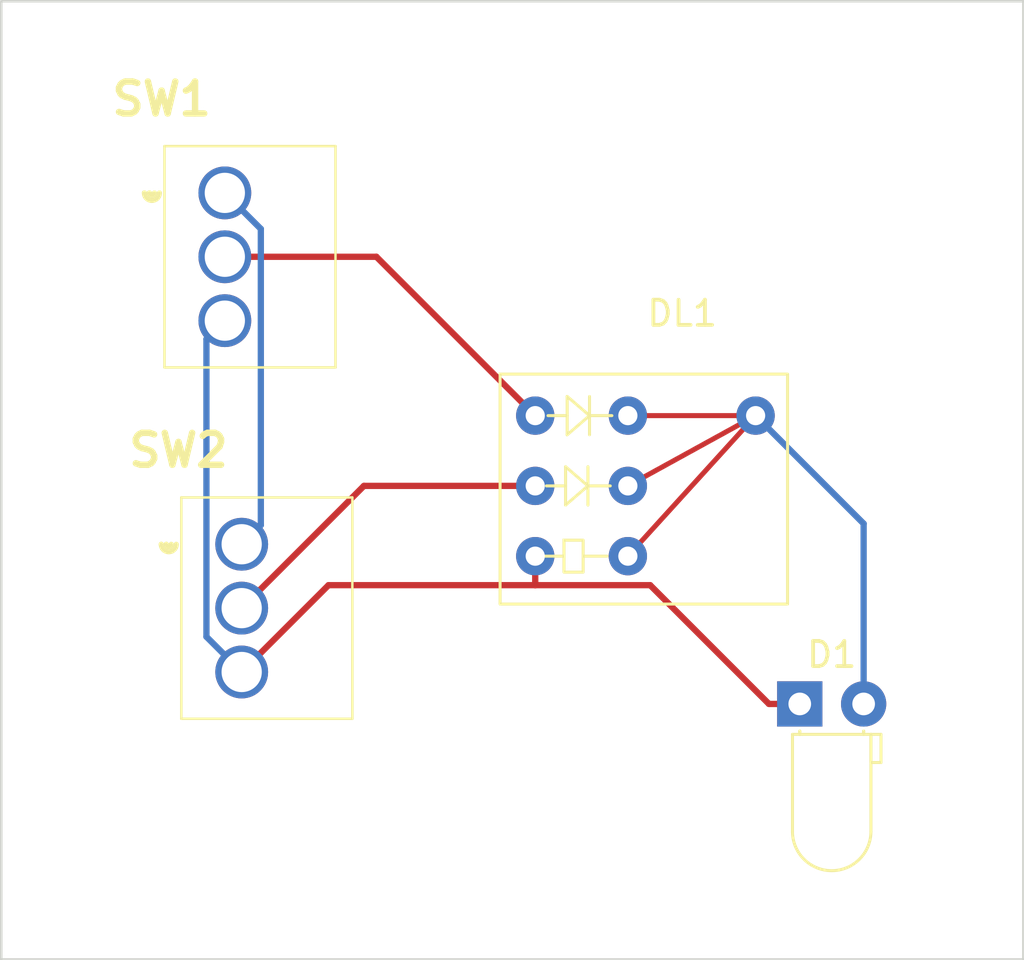
<source format=kicad_pcb>
(kicad_pcb (version 20211014) (generator pcbnew)
  (layers (0 "F.Cu" signal) (31 "B.Cu" signal) (34 "B.Paste" user) (35 "F.Paste" user) (36 "B.SilkS" user "B.Silkscreen") (37 "F.SilkS" user "F.Silkscreen") (38 "B.Mask" user) (39 "F.Mask" user) (44 "Edge.Cuts" user))
  (net 0 "")
  (net 1 "GND")
  (net 2 "Net-(DL1-Pad4)")
  (net 3 "Net-(DL1-Pad1)")
  (net 4 "Net-(DL1-Pad2)")
  (net 5 "VCC")
  (footprint "ExtraFootprints:B13AP" (layer "F.Cu") (at 95.92 64.77)
    (fp_text reference "SW2" (at -2.5146 -3.7338) (layer "F.SilkS") (effects (font (size 1.27 1.27) (thickness 0.254))))
    (fp_text value "SW_SPDT" hide)
    (fp_line (start 4.4 6.94) (end 4.4 -1.86) (layer "F.SilkS") (width 0.1))
    (fp_line (start -2.4 6.94) (end 4.4 6.94) (layer "F.SilkS") (width 0.1))
    (fp_line (start -3 0) (end -3 0) (layer "F.SilkS") (width 0.2))
    (fp_line (start -3.2 0) (end -3.2 0) (layer "F.SilkS") (width 0.2))
    (fp_line (start 4.4 -1.86) (end -2.4 -1.86) (layer "F.SilkS") (width 0.1))
    (fp_line (start -2.4 -1.86) (end -2.4 6.94) (layer "F.SilkS") (width 0.1))
    (fp_arc (start -2.6 0) (mid -2.9 0.3) (end -3.2 0) (layer "F.SilkS") (width 0.2))
    (fp_arc (start -2.8 0) (mid -2.9 0.1) (end -3 0) (layer "F.SilkS") (width 0.2))
    (pad "1" thru_hole circle (at 0 0 90) (size 2.1 2.1) (drill 1.6) (layers *.Cu *.Mask) (net 5 "VCC"))
    (pad "2" thru_hole circle (at 0 2.54 90) (size 2.1 2.1) (drill 1.6) (layers *.Cu *.Mask) (net 4 "Net-(DL1-Pad2)"))
    (pad "3" thru_hole circle (at 0 5.08 90) (size 2.1 2.1) (drill 1.6) (layers *.Cu *.Mask) (net 1 "GND"))
  )
  (footprint "LED_THT:LED_D3.0mm_Horizontal_O1.27mm_Z2.0mm" (layer "F.Cu") (at 118.11 71.12)
    (fp_text reference "D1" (at 1.27 -1.96) (layer "F.SilkS"))
    (fp_text value "LED")
    (fp_line (start -0.29 1.21) (end -0.29 5.07) (layer "F.SilkS") (width 0.12))
    (fp_line (start 2.54 1.21) (end 2.54 1.08) (layer "F.SilkS") (width 0.12))
    (fp_line (start 2.54 1.21) (end 2.54 1.21) (layer "F.SilkS") (width 0.12))
    (fp_line (start 2.54 1.08) (end 2.54 1.21) (layer "F.SilkS") (width 0.12))
    (fp_line (start 2.83 1.21) (end 3.23 1.21) (layer "F.SilkS") (width 0.12))
    (fp_line (start -0.29 1.21) (end 2.83 1.21) (layer "F.SilkS") (width 0.12))
    (fp_line (start 2.83 2.33) (end 2.83 1.21) (layer "F.SilkS") (width 0.12))
    (fp_line (start 0 1.08) (end 0 1.21) (layer "F.SilkS") (width 0.12))
    (fp_line (start 2.83 1.21) (end 2.83 5.07) (layer "F.SilkS") (width 0.12))
    (fp_line (start 3.23 2.33) (end 2.83 2.33) (layer "F.SilkS") (width 0.12))
    (fp_line (start 0 1.08) (end 0 1.08) (layer "F.SilkS") (width 0.12))
    (fp_line (start 2.54 1.08) (end 2.54 1.08) (layer "F.SilkS") (width 0.12))
    (fp_line (start 0 1.21) (end 0 1.21) (layer "F.SilkS") (width 0.12))
    (fp_line (start 3.23 1.21) (end 3.23 2.33) (layer "F.SilkS") (width 0.12))
    (fp_line (start 0 1.21) (end 0 1.08) (layer "F.SilkS") (width 0.12))
    (fp_arc (start 2.83 5.07) (mid 1.27 6.63) (end -0.29 5.07) (layer "F.SilkS") (width 0.12))
    (pad "1" thru_hole rect (at 0 0) (size 1.8 1.8) (drill 0.9) (layers *.Cu *.Mask) (net 1 "GND"))
    (pad "2" thru_hole circle (at 2.54 0) (size 1.8 1.8) (drill 0.9) (layers *.Cu *.Mask) (net 2 "Net-(DL1-Pad4)"))
  )
  (footprint "ExtraFootprints:B13AP" (layer "F.Cu") (at 95.25 50.8)
    (fp_text reference "SW1" (at -2.5146 -3.7338) (layer "F.SilkS") (effects (font (size 1.27 1.27) (thickness 0.254))))
    (fp_text value "SW_SPDT" hide)
    (fp_line (start -3.2 0) (end -3.2 0) (layer "F.SilkS") (width 0.2))
    (fp_line (start 4.4 -1.86) (end -2.4 -1.86) (layer "F.SilkS") (width 0.1))
    (fp_line (start 4.4 6.94) (end 4.4 -1.86) (layer "F.SilkS") (width 0.1))
    (fp_line (start -2.4 6.94) (end 4.4 6.94) (layer "F.SilkS") (width 0.1))
    (fp_line (start -3 0) (end -3 0) (layer "F.SilkS") (width 0.2))
    (fp_line (start -2.4 -1.86) (end -2.4 6.94) (layer "F.SilkS") (width 0.1))
    (fp_arc (start -2.8 0) (mid -2.9 0.1) (end -3 0) (layer "F.SilkS") (width 0.2))
    (fp_arc (start -2.6 0) (mid -2.9 0.3) (end -3.2 0) (layer "F.SilkS") (width 0.2))
    (pad "1" thru_hole circle (at 0 0 90) (size 2.1 2.1) (drill 1.6) (layers *.Cu *.Mask) (net 5 "VCC"))
    (pad "2" thru_hole circle (at 0 2.54 90) (size 2.1 2.1) (drill 1.6) (layers *.Cu *.Mask) (net 3 "Net-(DL1-Pad1)"))
    (pad "3" thru_hole circle (at 0 5.08 90) (size 2.1 2.1) (drill 1.6) (layers *.Cu *.Mask) (net 1 "GND"))
  )
  (footprint "ExtraFootprints:DIODE_OR" (layer "F.Cu") (at 107.592 59.656)
    (fp_text reference "DL1" (at 5.842 -4.064 unlocked) (layer "F.SilkS"))
    (fp_text value "DIODE_OR")
    (fp_line (start 3.683 5.588) (end 8.763 0) (layer "F.Cu") (width 0.2))
    (fp_line (start 3.683 2.794) (end 8.763 0) (layer "F.Cu") (width 0.2))
    (fp_line (start 3.683 0) (end 8.763 0) (layer "F.Cu") (width 0.2))
    (fp_line (start 0.4445 2.794) (end 1.2065 2.794) (layer "F.SilkS") (width 0.12))
    (fp_line (start 2.0955 2.794) (end 1.2065 3.556) (layer "F.SilkS") (width 0.12))
    (fp_line (start 1.27 -0.762) (end 2.159 0) (layer "F.SilkS") (width 0.12))
    (fp_line (start 1.2065 3.556) (end 1.2065 2.794) (layer "F.SilkS") (width 0.12))
    (fp_line (start 1.27 0.762) (end 1.27 0) (layer "F.SilkS") (width 0.12))
    (fp_line (start 2.0955 2.794) (end 2.9845 2.794) (layer "F.SilkS") (width 0.12))
    (fp_line (start 1.2065 2.794) (end 1.2065 2.032) (layer "F.SilkS") (width 0.12))
    (fp_line (start 1.27 0) (end 1.27 -0.762) (layer "F.SilkS") (width 0.12))
    (fp_line (start 0.3175 5.588) (end 1.0795 5.588) (layer "F.SilkS") (width 0.12))
    (fp_line (start 2.159 0) (end 3.048 0) (layer "F.SilkS") (width 0.12))
    (fp_line (start 2.159 0) (end 1.27 0.762) (layer "F.SilkS") (width 0.12))
    (fp_line (start 0.508 0) (end 1.27 0) (layer "F.SilkS") (width 0.12))
    (fp_line (start 2.0955 2.032) (end 2.0955 3.556) (layer "F.SilkS") (width 0.12))
    (fp_line (start 2.159 -0.762) (end 2.159 0.762) (layer "F.SilkS") (width 0.12))
    (fp_line (start 1.2065 2.032) (end 2.0955 2.794) (layer "F.SilkS") (width 0.12))
    (fp_line (start 1.9685 5.588) (end 2.8575 5.588) (layer "F.SilkS") (width 0.12))
    (fp_rect (start 1.143 4.953) (end 1.905 6.223) (layer "F.SilkS") (width 0.12) (fill none))
    (fp_rect (start -1.397 -1.651) (end 10.033 7.493) (layer "F.SilkS") (width 0.12) (fill none))
    (pad "" thru_hole circle (at 3.683 2.794) (size 1.524 1.524) (drill 0.762) (layers *.Cu *.Mask))
    (pad "" thru_hole circle (at 3.683 0) (size 1.524 1.524) (drill 0.762) (layers *.Cu *.Mask))
    (pad "" thru_hole circle (at 3.683 5.588) (size 1.524 1.524) (drill 0.762) (layers *.Cu *.Mask))
    (pad "1" thru_hole circle (at 0 0) (size 1.524 1.524) (drill 0.762) (layers *.Cu *.Mask) (net 3 "Net-(DL1-Pad1)"))
    (pad "2" thru_hole circle (at 0 2.794) (size 1.524 1.524) (drill 0.762) (layers *.Cu *.Mask) (net 4 "Net-(DL1-Pad2)"))
    (pad "3" thru_hole circle (at 0 5.588) (size 1.524 1.524) (drill 0.762) (layers *.Cu *.Mask) (net 1 "GND"))
    (pad "4" thru_hole circle (at 8.763 0) (size 1.524 1.524) (drill 0.762) (layers *.Cu *.Mask) (net 2 "Net-(DL1-Pad4)"))
  )
  (gr_rect (start 86.36 43.18) (end 127 81.28) (layer "Edge.Cuts") (width 0.1) (fill none))
  (segment (start 107.592 66.3972) (end 107.592 65.244) (width 0.25) (layer "F.Cu") (net 1))
  (segment (start 116.8847 71.12) (end 112.1619 66.3972) (width 0.25) (layer "F.Cu") (net 1))
  (segment (start 99.3728 66.3972) (end 95.92 69.85) (width 0.25) (layer "F.Cu") (net 1))
  (segment (start 118.11 71.12) (end 116.8847 71.12) (width 0.25) (layer "F.Cu") (net 1))
  (segment (start 107.592 66.3972) (end 99.3728 66.3972) (width 0.25) (layer "F.Cu") (net 1))
  (segment (start 112.1619 66.3972) (end 107.592 66.3972) (width 0.25) (layer "F.Cu") (net 1))
  (segment (start 94.5182 56.6118) (end 95.25 55.88) (width 0.25) (layer "B.Cu") (net 1))
  (segment (start 94.5182 68.4482) (end 94.5182 56.6118) (width 0.25) (layer "B.Cu") (net 1))
  (segment (start 95.92 69.85) (end 94.5182 68.4482) (width 0.25) (layer "B.Cu") (net 1))
  (segment (start 120.65 63.951) (end 116.355 59.656) (width 0.25) (layer "B.Cu") (net 2))
  (segment (start 120.65 71.12) (end 120.65 63.951) (width 0.25) (layer "B.Cu") (net 2))
  (segment (start 107.592 59.656) (end 101.276 53.34) (width 0.25) (layer "F.Cu") (net 3))
  (segment (start 101.276 53.34) (end 95.25 53.34) (width 0.25) (layer "F.Cu") (net 3))
  (segment (start 107.592 62.45) (end 100.78 62.45) (width 0.25) (layer "F.Cu") (net 4))
  (segment (start 100.78 62.45) (end 95.92 67.31) (width 0.25) (layer "F.Cu") (net 4))
  (segment (start 96.6814 64.0086) (end 95.92 64.77) (width 0.25) (layer "B.Cu") (net 5))
  (segment (start 95.25 50.8) (end 96.6814 52.2314) (width 0.25) (layer "B.Cu") (net 5))
  (segment (start 96.6814 52.2314) (end 96.6814 64.0086) (width 0.25) (layer "B.Cu") (net 5))
)
</source>
